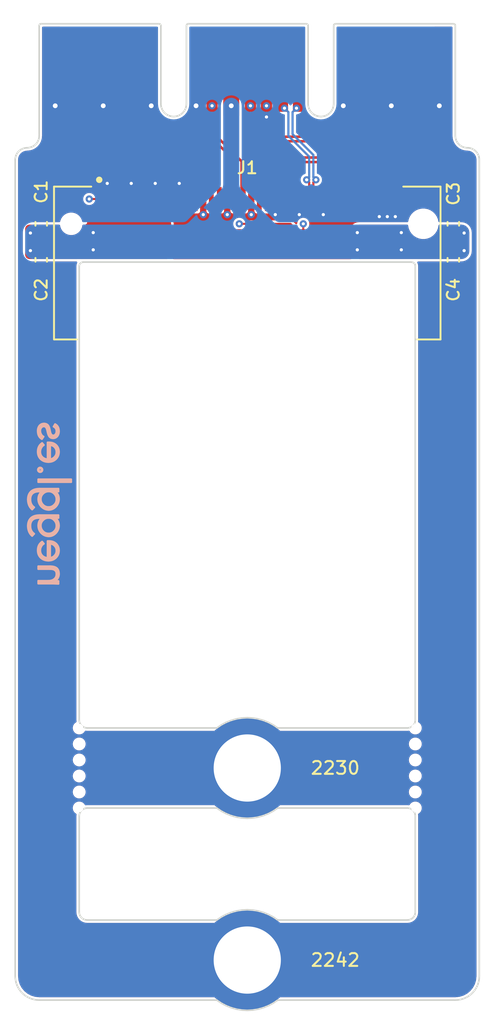
<source format=kicad_pcb>
(kicad_pcb (version 20171130) (host pcbnew 5.1.5+dfsg1-2build2)
  (layers (0 F.Cu signal) (1 In1.Cu signal) (2 In2.Cu signal) (31 B.Cu signal) (34 B.Paste user) (35 F.Paste user) (36 B.SilkS user) (37 F.SilkS user) (38 B.Mask user) (39 F.Mask user) (44 Edge.Cuts user))
  (net 0 "")
  (net 1 Board_1-+3V3)
  (net 2 Board_1-/PER0_N)
  (net 3 Board_1-/PER0_P)
  (net 4 Board_1-/PER1_N)
  (net 5 Board_1-/PER1_P)
  (net 6 Board_1-/PET0_N)
  (net 7 Board_1-/PET0_P)
  (net 8 Board_1-/PET1_N)
  (net 9 Board_1-/PET1_P)
  (net 10 Board_1-/REFCLK+)
  (net 11 Board_1-/REFCLK-)
  (net 12 Board_1-/~CLK_REQ)
  (net 13 Board_1-/~INS)
  (net 14 Board_1-/~PERST)
  (net 15 Board_1-GND)
  (module Capacitor_SMD:C_0402_1005Metric_Pad0.74x0.62mm_HandSolder (layer F.Cu) (at 137.125 81.5 90)
    (fp_text reference C1 (at 2 0 90) (layer F.SilkS) (effects (font (size 0.75 0.75) (thickness 0.127))))
    (fp_text value 0.1u)
    (pad 1 smd roundrect (at -0.5675 0 90) (size 0.735 0.62) (layers F.Cu F.Paste F.Mask) (net 1 Board_1-+3V3))
    (pad 2 smd roundrect (at 0.5675 0 90) (size 0.735 0.62) (layers F.Cu F.Paste F.Mask) (net 15 Board_1-GND))
  )
  (module Capacitor_SMD:C_0402_1005Metric_Pad0.74x0.62mm_HandSolder (layer F.Cu) (at 162.875 81.5 90)
    (fp_text reference C3 (at 1.875 0 90) (layer F.SilkS) (effects (font (size 0.75 0.75) (thickness 0.127))))
    (fp_text value 0.1u)
    (pad 1 smd roundrect (at -0.5675 0 90) (size 0.735 0.62) (layers F.Cu F.Paste F.Mask) (net 1 Board_1-+3V3))
    (pad 2 smd roundrect (at 0.5675 0 90) (size 0.735 0.62) (layers F.Cu F.Paste F.Mask) (net 15 Board_1-GND))
  )
  (module Capacitor_SMD:C_0402_1005Metric_Pad0.74x0.62mm_HandSolder (layer F.Cu) (at 137.125 83.75 270)
    (fp_text reference C2 (at 1.875 0 90) (layer F.SilkS) (effects (font (size 0.75 0.75) (thickness 0.127))))
    (fp_text value 10u)
    (pad 1 smd roundrect (at -0.5675 0 270) (size 0.735 0.62) (layers F.Cu F.Paste F.Mask) (net 1 Board_1-+3V3))
    (pad 2 smd roundrect (at 0.5675 0 270) (size 0.735 0.62) (layers F.Cu F.Paste F.Mask) (net 15 Board_1-GND))
  )
  (module Capacitor_SMD:C_0402_1005Metric_Pad0.74x0.62mm_HandSolder (layer F.Cu) (at 162.875 83.75 270)
    (fp_text reference C4 (at 1.875 0 90) (layer F.SilkS) (effects (font (size 0.75 0.75) (thickness 0.127))))
    (fp_text value 10u)
    (pad 1 smd roundrect (at -0.5675 0 270) (size 0.735 0.62) (layers F.Cu F.Paste F.Mask) (net 1 Board_1-+3V3))
    (pad 2 smd roundrect (at 0.5675 0 270) (size 0.735 0.62) (layers F.Cu F.Paste F.Mask) (net 15 Board_1-GND))
  )
  (module 10-My-Footprints:AMP_MDT180xxx001_NGFF-KeyM (layer F.Cu) (at 150 81.5)
    (fp_text reference J1 (at 0 -3.5) (layer F.SilkS) (effects (font (size 0.75 0.75) (thickness 0.127))))
    (fp_text value "M.2 NGFF")
    (pad "" np_thru_hole circle (at -11 0) (size 1.1 1.1) (drill 1.1) (layers *.Cu *.Mask))
    (pad "" np_thru_hole circle (at 11 0) (size 1.6 1.6) (drill 1.6) (layers *.Cu *.Mask))
    (pad 1 smd rect (at -9.25 -1.55) (size 0.3 1.5) (layers F.Cu F.Paste F.Mask) (net 13 Board_1-/~INS))
    (pad MP smd rect (at -11.385 4.97) (size 1.2 2.75) (layers F.Cu F.Paste F.Mask) (net 15 Board_1-GND))
    (pad MP smd rect (at 11.385 4.97) (size 1.2 2.75) (layers F.Cu F.Paste F.Mask) (net 15 Board_1-GND))
    (pad 3 smd rect (at -8.75 -1.55) (size 0.3 1.5) (layers F.Cu F.Paste F.Mask) (net 15 Board_1-GND))
    (pad 5 smd rect (at -8.25 -1.55) (size 0.3 1.5) (layers F.Cu F.Paste F.Mask))
    (pad 7 smd rect (at -7.75 -1.55) (size 0.3 1.5) (layers F.Cu F.Paste F.Mask))
    (pad 9 smd rect (at -7.25 -1.55) (size 0.3 1.5) (layers F.Cu F.Paste F.Mask) (net 15 Board_1-GND))
    (pad 11 smd rect (at -6.75 -1.55) (size 0.3 1.5) (layers F.Cu F.Paste F.Mask))
    (pad 13 smd rect (at -6.25 -1.55) (size 0.3 1.5) (layers F.Cu F.Paste F.Mask))
    (pad 15 smd rect (at -5.75 -1.55) (size 0.3 1.5) (layers F.Cu F.Paste F.Mask) (net 15 Board_1-GND))
    (pad 17 smd rect (at -5.25 -1.55) (size 0.3 1.5) (layers F.Cu F.Paste F.Mask))
    (pad 19 smd rect (at -4.75 -1.55) (size 0.3 1.5) (layers F.Cu F.Paste F.Mask))
    (pad 21 smd rect (at -4.25 -1.55) (size 0.3 1.5) (layers F.Cu F.Paste F.Mask) (net 15 Board_1-GND))
    (pad 23 smd rect (at -3.75 -1.55) (size 0.3 1.5) (layers F.Cu F.Paste F.Mask))
    (pad 25 smd rect (at -3.25 -1.55) (size 0.3 1.5) (layers F.Cu F.Paste F.Mask))
    (pad 27 smd rect (at -2.75 -1.55) (size 0.3 1.5) (layers F.Cu F.Paste F.Mask) (net 15 Board_1-GND))
    (pad 29 smd rect (at -2.25 -1.55) (size 0.3 1.5) (layers F.Cu F.Paste F.Mask) (net 4 Board_1-/PER1_N))
    (pad 31 smd rect (at -1.75 -1.55) (size 0.3 1.5) (layers F.Cu F.Paste F.Mask) (net 5 Board_1-/PER1_P))
    (pad 33 smd rect (at -1.25 -1.55) (size 0.3 1.5) (layers F.Cu F.Paste F.Mask) (net 15 Board_1-GND))
    (pad 35 smd rect (at -0.75 -1.55) (size 0.3 1.5) (layers F.Cu F.Paste F.Mask) (net 8 Board_1-/PET1_N))
    (pad 37 smd rect (at -0.25 -1.55) (size 0.3 1.5) (layers F.Cu F.Paste F.Mask) (net 9 Board_1-/PET1_P))
    (pad 39 smd rect (at 0.25 -1.55) (size 0.3 1.5) (layers F.Cu F.Paste F.Mask) (net 15 Board_1-GND))
    (pad 41 smd rect (at 0.75 -1.55) (size 0.3 1.5) (layers F.Cu F.Paste F.Mask) (net 2 Board_1-/PER0_N))
    (pad 43 smd rect (at 1.25 -1.55) (size 0.3 1.5) (layers F.Cu F.Paste F.Mask) (net 3 Board_1-/PER0_P))
    (pad 45 smd rect (at 1.75 -1.55) (size 0.3 1.5) (layers F.Cu F.Paste F.Mask) (net 15 Board_1-GND))
    (pad 47 smd rect (at 2.25 -1.55) (size 0.3 1.5) (layers F.Cu F.Paste F.Mask) (net 6 Board_1-/PET0_N))
    (pad 49 smd rect (at 2.75 -1.55) (size 0.3 1.5) (layers F.Cu F.Paste F.Mask) (net 7 Board_1-/PET0_P))
    (pad 51 smd rect (at 3.25 -1.55) (size 0.3 1.5) (layers F.Cu F.Paste F.Mask) (net 15 Board_1-GND))
    (pad 53 smd rect (at 3.75 -1.55) (size 0.3 1.5) (layers F.Cu F.Paste F.Mask) (net 11 Board_1-/REFCLK-))
    (pad 55 smd rect (at 4.25 -1.55) (size 0.3 1.5) (layers F.Cu F.Paste F.Mask) (net 10 Board_1-/REFCLK+))
    (pad 57 smd rect (at 4.75 -1.55) (size 0.3 1.5) (layers F.Cu F.Paste F.Mask) (net 15 Board_1-GND))
    (pad 67 smd rect (at 7.25 -1.55) (size 0.3 1.5) (layers F.Cu F.Paste F.Mask))
    (pad 69 smd rect (at 7.75 -1.55) (size 0.3 1.5) (layers F.Cu F.Paste F.Mask))
    (pad 71 smd rect (at 8.25 -1.55) (size 0.3 1.5) (layers F.Cu F.Paste F.Mask) (net 15 Board_1-GND))
    (pad 73 smd rect (at 8.75 -1.55) (size 0.3 1.5) (layers F.Cu F.Paste F.Mask) (net 15 Board_1-GND))
    (pad 75 smd rect (at 9.25 -1.55) (size 0.3 1.5) (layers F.Cu F.Paste F.Mask) (net 15 Board_1-GND))
    (pad 2 smd rect (at -9 1.09) (size 0.3 1.5) (layers F.Cu F.Paste F.Mask) (net 1 Board_1-+3V3))
    (pad 4 smd rect (at -8.5 1.09) (size 0.3 1.5) (layers F.Cu F.Paste F.Mask) (net 1 Board_1-+3V3))
    (pad 6 smd rect (at -8 1.09) (size 0.3 1.5) (layers F.Cu F.Paste F.Mask))
    (pad 8 smd rect (at -7.5 1.09) (size 0.3 1.5) (layers F.Cu F.Paste F.Mask))
    (pad 10 smd rect (at -7 1.09) (size 0.3 1.5) (layers F.Cu F.Paste F.Mask))
    (pad 12 smd rect (at -6.5 1.09) (size 0.3 1.5) (layers F.Cu F.Paste F.Mask) (net 1 Board_1-+3V3))
    (pad 14 smd rect (at -6 1.09) (size 0.3 1.5) (layers F.Cu F.Paste F.Mask) (net 1 Board_1-+3V3))
    (pad 16 smd rect (at -5.5 1.09) (size 0.3 1.5) (layers F.Cu F.Paste F.Mask) (net 1 Board_1-+3V3))
    (pad 18 smd rect (at -5 1.09) (size 0.3 1.5) (layers F.Cu F.Paste F.Mask) (net 1 Board_1-+3V3))
    (pad 20 smd rect (at -4.5 1.09) (size 0.3 1.5) (layers F.Cu F.Paste F.Mask))
    (pad 22 smd rect (at -4 1.09) (size 0.3 1.5) (layers F.Cu F.Paste F.Mask))
    (pad 24 smd rect (at -3.5 1.09) (size 0.3 1.5) (layers F.Cu F.Paste F.Mask))
    (pad 26 smd rect (at -3 1.09) (size 0.3 1.5) (layers F.Cu F.Paste F.Mask))
    (pad 28 smd rect (at -2.5 1.09) (size 0.3 1.5) (layers F.Cu F.Paste F.Mask))
    (pad 30 smd rect (at -2 1.09) (size 0.3 1.5) (layers F.Cu F.Paste F.Mask))
    (pad 32 smd rect (at -1.5 1.09) (size 0.3 1.5) (layers F.Cu F.Paste F.Mask))
    (pad 34 smd rect (at -1 1.09) (size 0.3 1.5) (layers F.Cu F.Paste F.Mask))
    (pad 36 smd rect (at -0.5 1.09) (size 0.3 1.5) (layers F.Cu F.Paste F.Mask))
    (pad 38 smd rect (at 0 1.09) (size 0.3 1.5) (layers F.Cu F.Paste F.Mask))
    (pad 40 smd rect (at 0.5 1.09) (size 0.3 1.5) (layers F.Cu F.Paste F.Mask))
    (pad 42 smd rect (at 1 1.09) (size 0.3 1.5) (layers F.Cu F.Paste F.Mask))
    (pad 44 smd rect (at 1.5 1.09) (size 0.3 1.5) (layers F.Cu F.Paste F.Mask))
    (pad 46 smd rect (at 2 1.09) (size 0.3 1.5) (layers F.Cu F.Paste F.Mask))
    (pad 48 smd rect (at 2.5 1.09) (size 0.3 1.5) (layers F.Cu F.Paste F.Mask))
    (pad 50 smd rect (at 3 1.09) (size 0.3 1.5) (layers F.Cu F.Paste F.Mask) (net 14 Board_1-/~PERST))
    (pad 52 smd rect (at 3.5 1.09) (size 0.3 1.5) (layers F.Cu F.Paste F.Mask) (net 12 Board_1-/~CLK_REQ))
    (pad 54 smd rect (at 4 1.09) (size 0.3 1.5) (layers F.Cu F.Paste F.Mask))
    (pad 56 smd rect (at 4.5 1.09) (size 0.3 1.5) (layers F.Cu F.Paste F.Mask))
    (pad 58 smd rect (at 5 1.09) (size 0.3 1.5) (layers F.Cu F.Paste F.Mask))
    (pad 68 smd rect (at 7.5 1.09) (size 0.3 1.5) (layers F.Cu F.Paste F.Mask))
    (pad 70 smd rect (at 8 1.09) (size 0.3 1.5) (layers F.Cu F.Paste F.Mask) (net 1 Board_1-+3V3))
    (pad 72 smd rect (at 8.5 1.09) (size 0.3 1.5) (layers F.Cu F.Paste F.Mask) (net 1 Board_1-+3V3))
    (pad 74 smd rect (at 9 1.09) (size 0.3 1.5) (layers F.Cu F.Paste F.Mask) (net 1 Board_1-+3V3))
  )
  (module 11-My-Edits:CFExpress_Media (layer F.Cu) (at 137 76)
    (fp_text reference PC1 hide)
    (fp_text value CFexpress)
    (pad 21 connect rect (at 25 -4) (size 0.7 5.5) (layers F.Cu F.Mask) (net 15 Board_1-GND))
    (pad 19 connect rect (at 23 -4) (size 0.7 5) (layers F.Cu F.Mask) (net 6 Board_1-/PET0_N))
    (pad 18 connect rect (at 22 -4) (size 0.7 5.5) (layers F.Cu F.Mask) (net 15 Board_1-GND))
    (pad 17 connect rect (at 21 -4) (size 0.7 5) (layers F.Cu F.Mask) (net 3 Board_1-/PER0_P))
    (pad 16 connect rect (at 20 -4) (size 0.7 5) (layers F.Cu F.Mask) (net 2 Board_1-/PER0_N))
    (pad 15 connect rect (at 19 -4) (size 0.7 5.5) (layers F.Cu F.Mask) (net 15 Board_1-GND))
    (pad 14 connect rect (at 16.2 -4) (size 0.7 5) (layers F.Cu F.Mask) (net 10 Board_1-/REFCLK+))
    (pad 13 connect rect (at 15.2 -4) (size 0.7 5) (layers F.Cu F.Mask) (net 11 Board_1-/REFCLK-))
    (pad 12 connect rect (at 14.2 -4) (size 0.7 5) (layers F.Cu F.Mask) (net 13 Board_1-/~INS))
    (pad 11 connect rect (at 13.2 -4) (size 0.7 5) (layers F.Cu F.Mask) (net 12 Board_1-/~CLK_REQ))
    (pad 10 connect rect (at 12 -4) (size 1 5.5) (layers F.Cu F.Mask) (net 1 Board_1-+3V3))
    (pad 9 connect rect (at 10.8 -4) (size 0.7 5) (layers F.Cu F.Mask) (net 14 Board_1-/~PERST))
    (pad 8 connect rect (at 9.8 -4) (size 0.7 5) (layers F.Cu F.Mask) (net 15 Board_1-GND))
    (pad 7 connect rect (at 7 -4) (size 0.7 5.5) (layers F.Cu F.Mask) (net 15 Board_1-GND))
    (pad 6 connect rect (at 6 -4) (size 0.7 5) (layers F.Cu F.Mask) (net 9 Board_1-/PET1_P))
    (pad 5 connect rect (at 5 -4) (size 0.7 5) (layers F.Cu F.Mask) (net 8 Board_1-/PET1_N))
    (pad 4 connect rect (at 4 -4) (size 0.7 5) (layers F.Cu F.Mask) (net 15 Board_1-GND))
    (pad 3 connect rect (at 3 -4) (size 0.7 5) (layers F.Cu F.Mask) (net 5 Board_1-/PER1_P))
    (pad 2 connect rect (at 2 -4) (size 0.7 5) (layers F.Cu F.Mask) (net 4 Board_1-/PER1_N))
    (pad 1 connect rect (at 1 -4) (size 0.7 5.5) (layers F.Cu F.Mask) (net 15 Board_1-GND))
    (pad 20 connect rect (at 24 -4) (size 0.7 5) (layers F.Cu F.Mask) (net 7 Board_1-/PET0_P))
  )
  (module 11-My-Edits:MountingHole_NGFF_4.2mm_Pad_TopBottom (layer B.Cu) (at 150 115.5)
    (fp_text reference MP1 hide)
    (fp_text value 2230 (at 5.5 0 unlocked) (layer F.SilkS) (effects (font (size 0.8 0.8) (thickness 0.127))))
    (pad 1 thru_hole circle (at 0 0) (size 6.2 6.2) (drill 4.2) (layers *.Cu *.Mask) (net 15 Board_1-GND))
  )
  (module 11-My-Edits:MountingHole_NGFF_4.2mm_Pad_TopBottom (layer B.Cu) (at 150 127.5)
    (fp_text reference MP2 hide)
    (fp_text value 2242 (at 5.5 0 unlocked) (layer F.SilkS) (effects (font (size 0.8 0.8) (thickness 0.127))))
    (pad 1 thru_hole circle (at 0 0) (size 6.2 6.2) (drill 4.2) (layers *.Cu *.Mask) (net 15 Board_1-GND))
  )
  (module 10-My-Footprints:mousebite (layer F.Cu) (at 160.5 113)
    (fp_text reference REF** hide)
    (fp_text value mousebite hide)
    (pad "" np_thru_hole circle (at 0 0) (size 0.5 0.5) (drill 0.5) (layers *.Cu *.Mask) (clearance 0.001))
  )
  (module 10-My-Footprints:mousebite (layer F.Cu) (at 160.5 114)
    (fp_text reference REF** hide)
    (fp_text value mousebite hide)
    (pad "" np_thru_hole circle (at 0 0) (size 0.5 0.5) (drill 0.5) (layers *.Cu *.Mask) (clearance 0.001))
  )
  (module 10-My-Footprints:mousebite (layer F.Cu) (at 160.5 116)
    (fp_text reference REF** hide)
    (fp_text value mousebite hide)
    (pad "" np_thru_hole circle (at 0 0) (size 0.5 0.5) (drill 0.5) (layers *.Cu *.Mask) (clearance 0.001))
  )
  (module 10-My-Footprints:mousebite (layer F.Cu) (at 160.5 117)
    (fp_text reference REF** hide)
    (fp_text value mousebite hide)
    (pad "" np_thru_hole circle (at 0 0) (size 0.5 0.5) (drill 0.5) (layers *.Cu *.Mask) (clearance 0.001))
  )
  (module 10-My-Footprints:mousebite (layer F.Cu) (at 160.5 118)
    (fp_text reference REF** hide)
    (fp_text value mousebite hide)
    (pad "" np_thru_hole circle (at 0 0) (size 0.5 0.5) (drill 0.5) (layers *.Cu *.Mask) (clearance 0.001))
  )
  (module 10-My-Footprints:mousebite (layer F.Cu) (at 160.5 115)
    (fp_text reference REF** hide)
    (fp_text value mousebite hide)
    (pad "" np_thru_hole circle (at 0 0) (size 0.5 0.5) (drill 0.5) (layers *.Cu *.Mask) (clearance 0.001))
  )
  (module 10-My-Footprints:mousebite (layer F.Cu) (at 139.5 113)
    (fp_text reference REF** hide)
    (fp_text value mousebite hide)
    (pad "" np_thru_hole circle (at 0 0) (size 0.5 0.5) (drill 0.5) (layers *.Cu *.Mask) (clearance 0.001))
  )
  (module 10-My-Footprints:mousebite (layer F.Cu) (at 139.5 114)
    (fp_text reference REF** hide)
    (fp_text value mousebite hide)
    (pad "" np_thru_hole circle (at 0 0) (size 0.5 0.5) (drill 0.5) (layers *.Cu *.Mask) (clearance 0.001))
  )
  (module 10-My-Footprints:mousebite (layer F.Cu) (at 139.5 117)
    (fp_text reference REF** hide)
    (fp_text value mousebite hide)
    (pad "" np_thru_hole circle (at 0 0) (size 0.5 0.5) (drill 0.5) (layers *.Cu *.Mask) (clearance 0.001))
  )
  (module 10-My-Footprints:mousebite (layer F.Cu) (at 139.5 115)
    (fp_text reference REF** hide)
    (fp_text value mousebite hide)
    (pad "" np_thru_hole circle (at 0 0) (size 0.5 0.5) (drill 0.5) (layers *.Cu *.Mask) (clearance 0.001))
  )
  (module 10-My-Footprints:mousebite (layer F.Cu) (at 139.5 118)
    (fp_text reference REF** hide)
    (fp_text value mousebite hide)
    (pad "" np_thru_hole circle (at 0 0) (size 0.5 0.5) (drill 0.5) (layers *.Cu *.Mask) (clearance 0.001))
  )
  (module 10-My-Footprints:mousebite (layer F.Cu) (at 139.5 116)
    (fp_text reference REF** hide)
    (fp_text value mousebite hide)
    (pad "" np_thru_hole circle (at 0 0) (size 0.5 0.5) (drill 0.5) (layers *.Cu *.Mask) (clearance 0.001))
  )
  (module 11-My-Edits:SolderJumper-2_P0.6mm_Open_RoundedPad1.0x1.5mm (layer F.Cu) (at 151.2 74.5 90)
    (fp_text reference JP1 hide)
    (fp_text value F_INS)
    (pad 2 smd custom (at 0.25 0 90) (size 0.4 0.3) (layers F.Cu F.Mask) (net 13 Board_1-/~INS) (options (clearance outline) (anchor rect)) (primitives (gr_circle (center 0 0.15) (end 0.2 0.15) (width 0)) (gr_circle (center 0 -0.15) (end 0.2 -0.15) (width 0)) (gr_poly (pts (xy 0 -0.35) (xy -0.25 -0.35) (xy -0.25 0.35) (xy 0 0.35)) (width 0))))
    (pad 1 smd custom (at -0.35 0 270) (size 0.4 0.3) (layers F.Cu F.Mask) (net 15 Board_1-GND) (options (clearance outline) (anchor rect)) (primitives (gr_circle (center 0 0.15) (end 0.2 0.15) (width 0)) (gr_circle (center 0 -0.15) (end 0.2 -0.15) (width 0)) (gr_poly (pts (xy 0 -0.35) (xy -0.25 -0.35) (xy -0.25 0.35) (xy 0 0.35)) (width 0))))
  )
  (module 10-My-Footprints:neggle-logo-0.12 (layer B.Cu) (at 134.8 99 90)
    (fp_text reference SYM1 hide)
    (fp_text value logo hide)
  )
  (gr_line (start 160.499 84.14) (end 160.4976 84.114) (layer Edge.Cuts) (width 0.1))
  (gr_line (start 160.499 112.5) (end 160.499 84.14) (layer Edge.Cuts) (width 0.1))
  (gr_line (start 160.4963 112.5522) (end 160.499 112.5) (layer Edge.Cuts) (width 0.1))
  (gr_line (start 160.4881 112.6037) (end 160.4963 112.5522) (layer Edge.Cuts) (width 0.1))
  (gr_line (start 160.4746 112.6542) (end 160.4881 112.6037) (layer Edge.Cuts) (width 0.1))
  (gr_line (start 160.4559 112.703) (end 160.4746 112.6542) (layer Edge.Cuts) (width 0.1))
  (gr_line (start 160.4321 112.7495) (end 160.4559 112.703) (layer Edge.Cuts) (width 0.1))
  (gr_line (start 160.4037 112.7933) (end 160.4321 112.7495) (layer Edge.Cuts) (width 0.1))
  (gr_line (start 160.3708 112.8339) (end 160.4037 112.7933) (layer Edge.Cuts) (width 0.1))
  (gr_line (start 160.3339 112.8708) (end 160.3708 112.8339) (layer Edge.Cuts) (width 0.1))
  (gr_line (start 160.2933 112.9037) (end 160.3339 112.8708) (layer Edge.Cuts) (width 0.1))
  (gr_line (start 160.2495 112.9321) (end 160.2933 112.9037) (layer Edge.Cuts) (width 0.1))
  (gr_line (start 160.203 112.9559) (end 160.2495 112.9321) (layer Edge.Cuts) (width 0.1))
  (gr_line (start 160.1542 112.9746) (end 160.203 112.9559) (layer Edge.Cuts) (width 0.1))
  (gr_line (start 160.1037 112.9881) (end 160.1542 112.9746) (layer Edge.Cuts) (width 0.1))
  (gr_line (start 160.0522 112.9963) (end 160.1037 112.9881) (layer Edge.Cuts) (width 0.1))
  (gr_line (start 160 112.999) (end 160.0522 112.9963) (layer Edge.Cuts) (width 0.1))
  (gr_line (start 151.9003 112.999) (end 160 112.999) (layer Edge.Cuts) (width 0.1))
  (gr_line (start 151.6191 112.8084) (end 151.9003 112.999) (layer Edge.Cuts) (width 0.1))
  (gr_line (start 151.3187 112.6492) (end 151.6191 112.8084) (layer Edge.Cuts) (width 0.1))
  (gr_line (start 151.0027 112.5233) (end 151.3187 112.6492) (layer Edge.Cuts) (width 0.1))
  (gr_line (start 150.6751 112.4323) (end 151.0027 112.5233) (layer Edge.Cuts) (width 0.1))
  (gr_line (start 150.3396 112.3773) (end 150.6751 112.4323) (layer Edge.Cuts) (width 0.1))
  (gr_line (start 149.9999 112.3589) (end 150.3396 112.3773) (layer Edge.Cuts) (width 0.1))
  (gr_line (start 149.6604 112.3773) (end 149.9999 112.3589) (layer Edge.Cuts) (width 0.1))
  (gr_line (start 149.3249 112.4323) (end 149.6604 112.3773) (layer Edge.Cuts) (width 0.1))
  (gr_line (start 148.9973 112.5233) (end 149.3249 112.4323) (layer Edge.Cuts) (width 0.1))
  (gr_line (start 148.6813 112.6492) (end 148.9973 112.5233) (layer Edge.Cuts) (width 0.1))
  (gr_line (start 148.3809 112.8084) (end 148.6813 112.6492) (layer Edge.Cuts) (width 0.1))
  (gr_line (start 148.0997 112.999) (end 148.3809 112.8084) (layer Edge.Cuts) (width 0.1))
  (gr_line (start 140 112.999) (end 148.0997 112.999) (layer Edge.Cuts) (width 0.1))
  (gr_line (start 139.9478 112.9963) (end 140 112.999) (layer Edge.Cuts) (width 0.1))
  (gr_line (start 139.8963 112.9881) (end 139.9478 112.9963) (layer Edge.Cuts) (width 0.1))
  (gr_line (start 139.8458 112.9746) (end 139.8963 112.9881) (layer Edge.Cuts) (width 0.1))
  (gr_line (start 139.797 112.9559) (end 139.8458 112.9746) (layer Edge.Cuts) (width 0.1))
  (gr_line (start 139.7505 112.9321) (end 139.797 112.9559) (layer Edge.Cuts) (width 0.1))
  (gr_line (start 139.7067 112.9037) (end 139.7505 112.9321) (layer Edge.Cuts) (width 0.1))
  (gr_line (start 139.6661 112.8708) (end 139.7067 112.9037) (layer Edge.Cuts) (width 0.1))
  (gr_line (start 139.6292 112.8339) (end 139.6661 112.8708) (layer Edge.Cuts) (width 0.1))
  (gr_line (start 139.5963 112.7933) (end 139.6292 112.8339) (layer Edge.Cuts) (width 0.1))
  (gr_line (start 139.5679 112.7495) (end 139.5963 112.7933) (layer Edge.Cuts) (width 0.1))
  (gr_line (start 139.5441 112.703) (end 139.5679 112.7495) (layer Edge.Cuts) (width 0.1))
  (gr_line (start 139.5254 112.6542) (end 139.5441 112.703) (layer Edge.Cuts) (width 0.1))
  (gr_line (start 139.5119 112.6037) (end 139.5254 112.6542) (layer Edge.Cuts) (width 0.1))
  (gr_line (start 139.5037 112.5522) (end 139.5119 112.6037) (layer Edge.Cuts) (width 0.1))
  (gr_line (start 139.501 112.5) (end 139.5037 112.5522) (layer Edge.Cuts) (width 0.1))
  (gr_line (start 139.501 84.14) (end 139.501 112.5) (layer Edge.Cuts) (width 0.1))
  (gr_line (start 139.5024 84.114) (end 139.501 84.14) (layer Edge.Cuts) (width 0.1))
  (gr_line (start 139.5064 84.0882) (end 139.5024 84.114) (layer Edge.Cuts) (width 0.1))
  (gr_line (start 139.5132 84.0631) (end 139.5064 84.0882) (layer Edge.Cuts) (width 0.1))
  (gr_line (start 139.5225 84.0387) (end 139.5132 84.0631) (layer Edge.Cuts) (width 0.1))
  (gr_line (start 139.5344 84.0155) (end 139.5225 84.0387) (layer Edge.Cuts) (width 0.1))
  (gr_line (start 139.5486 83.9936) (end 139.5344 84.0155) (layer Edge.Cuts) (width 0.1))
  (gr_line (start 139.565 83.9734) (end 139.5486 83.9936) (layer Edge.Cuts) (width 0.1))
  (gr_line (start 139.5834 83.955) (end 139.565 83.9734) (layer Edge.Cuts) (width 0.1))
  (gr_line (start 139.6036 83.9386) (end 139.5834 83.955) (layer Edge.Cuts) (width 0.1))
  (gr_line (start 139.6255 83.9244) (end 139.6036 83.9386) (layer Edge.Cuts) (width 0.1))
  (gr_line (start 139.6487 83.9125) (end 139.6255 83.9244) (layer Edge.Cuts) (width 0.1))
  (gr_line (start 139.6731 83.9032) (end 139.6487 83.9125) (layer Edge.Cuts) (width 0.1))
  (gr_line (start 139.6982 83.8964) (end 139.6731 83.9032) (layer Edge.Cuts) (width 0.1))
  (gr_line (start 139.724 83.8924) (end 139.6982 83.8964) (layer Edge.Cuts) (width 0.1))
  (gr_line (start 139.75 83.891) (end 139.724 83.8924) (layer Edge.Cuts) (width 0.1))
  (gr_line (start 160.25 83.891) (end 139.75 83.891) (layer Edge.Cuts) (width 0.1))
  (gr_line (start 160.276 83.8924) (end 160.25 83.891) (layer Edge.Cuts) (width 0.1))
  (gr_line (start 160.3018 83.8964) (end 160.276 83.8924) (layer Edge.Cuts) (width 0.1))
  (gr_line (start 160.3269 83.9032) (end 160.3018 83.8964) (layer Edge.Cuts) (width 0.1))
  (gr_line (start 160.3513 83.9125) (end 160.3269 83.9032) (layer Edge.Cuts) (width 0.1))
  (gr_line (start 160.3745 83.9244) (end 160.3513 83.9125) (layer Edge.Cuts) (width 0.1))
  (gr_line (start 160.3964 83.9386) (end 160.3745 83.9244) (layer Edge.Cuts) (width 0.1))
  (gr_line (start 160.4166 83.955) (end 160.3964 83.9386) (layer Edge.Cuts) (width 0.1))
  (gr_line (start 160.435 83.9734) (end 160.4166 83.955) (layer Edge.Cuts) (width 0.1))
  (gr_line (start 160.4514 83.9936) (end 160.435 83.9734) (layer Edge.Cuts) (width 0.1))
  (gr_line (start 160.4656 84.0155) (end 160.4514 83.9936) (layer Edge.Cuts) (width 0.1))
  (gr_line (start 160.4775 84.0387) (end 160.4656 84.0155) (layer Edge.Cuts) (width 0.1))
  (gr_line (start 160.4868 84.0631) (end 160.4775 84.0387) (layer Edge.Cuts) (width 0.1))
  (gr_line (start 160.4936 84.0882) (end 160.4868 84.0631) (layer Edge.Cuts) (width 0.1))
  (gr_line (start 160.4976 84.114) (end 160.4936 84.0882) (layer Edge.Cuts) (width 0.1))
  (gr_line (start 160.4881 124.6037) (end 160.4963 124.5522) (layer Edge.Cuts) (width 0.1))
  (gr_line (start 160.4746 124.6542) (end 160.4881 124.6037) (layer Edge.Cuts) (width 0.1))
  (gr_line (start 160.4559 124.703) (end 160.4746 124.6542) (layer Edge.Cuts) (width 0.1))
  (gr_line (start 160.4321 124.7495) (end 160.4559 124.703) (layer Edge.Cuts) (width 0.1))
  (gr_line (start 160.4037 124.7933) (end 160.4321 124.7495) (layer Edge.Cuts) (width 0.1))
  (gr_line (start 160.3708 124.8339) (end 160.4037 124.7933) (layer Edge.Cuts) (width 0.1))
  (gr_line (start 160.3339 124.8708) (end 160.3708 124.8339) (layer Edge.Cuts) (width 0.1))
  (gr_line (start 160.2933 124.9037) (end 160.3339 124.8708) (layer Edge.Cuts) (width 0.1))
  (gr_line (start 160.2495 124.9321) (end 160.2933 124.9037) (layer Edge.Cuts) (width 0.1))
  (gr_line (start 160.203 124.9559) (end 160.2495 124.9321) (layer Edge.Cuts) (width 0.1))
  (gr_line (start 160.1542 124.9746) (end 160.203 124.9559) (layer Edge.Cuts) (width 0.1))
  (gr_line (start 160.1037 124.9881) (end 160.1542 124.9746) (layer Edge.Cuts) (width 0.1))
  (gr_line (start 160.0522 124.9963) (end 160.1037 124.9881) (layer Edge.Cuts) (width 0.1))
  (gr_line (start 160 124.999) (end 160.0522 124.9963) (layer Edge.Cuts) (width 0.1))
  (gr_line (start 151.9003 124.999) (end 160 124.999) (layer Edge.Cuts) (width 0.1))
  (gr_line (start 151.6191 124.8084) (end 151.9003 124.999) (layer Edge.Cuts) (width 0.1))
  (gr_line (start 151.3187 124.6492) (end 151.6191 124.8084) (layer Edge.Cuts) (width 0.1))
  (gr_line (start 151.0027 124.5233) (end 151.3187 124.6492) (layer Edge.Cuts) (width 0.1))
  (gr_line (start 150.6751 124.4323) (end 151.0027 124.5233) (layer Edge.Cuts) (width 0.1))
  (gr_line (start 150.3395 124.3773) (end 150.6751 124.4323) (layer Edge.Cuts) (width 0.1))
  (gr_line (start 150.0001 124.3589) (end 150.3395 124.3773) (layer Edge.Cuts) (width 0.1))
  (gr_line (start 149.6604 124.3773) (end 150.0001 124.3589) (layer Edge.Cuts) (width 0.1))
  (gr_line (start 149.3249 124.4323) (end 149.6604 124.3773) (layer Edge.Cuts) (width 0.1))
  (gr_line (start 148.9973 124.5233) (end 149.3249 124.4323) (layer Edge.Cuts) (width 0.1))
  (gr_line (start 148.6813 124.6492) (end 148.9973 124.5233) (layer Edge.Cuts) (width 0.1))
  (gr_line (start 148.3809 124.8084) (end 148.6813 124.6492) (layer Edge.Cuts) (width 0.1))
  (gr_line (start 148.0997 124.999) (end 148.3809 124.8084) (layer Edge.Cuts) (width 0.1))
  (gr_line (start 140 124.999) (end 148.0997 124.999) (layer Edge.Cuts) (width 0.1))
  (gr_line (start 139.9478 124.9963) (end 140 124.999) (layer Edge.Cuts) (width 0.1))
  (gr_line (start 139.8963 124.9881) (end 139.9478 124.9963) (layer Edge.Cuts) (width 0.1))
  (gr_line (start 139.8458 124.9746) (end 139.8963 124.9881) (layer Edge.Cuts) (width 0.1))
  (gr_line (start 139.797 124.9559) (end 139.8458 124.9746) (layer Edge.Cuts) (width 0.1))
  (gr_line (start 139.7505 124.9321) (end 139.797 124.9559) (layer Edge.Cuts) (width 0.1))
  (gr_line (start 139.7067 124.9037) (end 139.7505 124.9321) (layer Edge.Cuts) (width 0.1))
  (gr_line (start 139.6661 124.8708) (end 139.7067 124.9037) (layer Edge.Cuts) (width 0.1))
  (gr_line (start 139.6292 124.8339) (end 139.6661 124.8708) (layer Edge.Cuts) (width 0.1))
  (gr_line (start 139.5963 124.7933) (end 139.6292 124.8339) (layer Edge.Cuts) (width 0.1))
  (gr_line (start 139.5679 124.7495) (end 139.5963 124.7933) (layer Edge.Cuts) (width 0.1))
  (gr_line (start 139.5441 124.703) (end 139.5679 124.7495) (layer Edge.Cuts) (width 0.1))
  (gr_line (start 139.5254 124.6542) (end 139.5441 124.703) (layer Edge.Cuts) (width 0.1))
  (gr_line (start 139.5119 124.6037) (end 139.5254 124.6542) (layer Edge.Cuts) (width 0.1))
  (gr_line (start 139.5037 124.5522) (end 139.5119 124.6037) (layer Edge.Cuts) (width 0.1))
  (gr_line (start 139.501 124.5) (end 139.5037 124.5522) (layer Edge.Cuts) (width 0.1))
  (gr_line (start 139.501 118.5) (end 139.501 124.5) (layer Edge.Cuts) (width 0.1))
  (gr_line (start 139.5037 118.4478) (end 139.501 118.5) (layer Edge.Cuts) (width 0.1))
  (gr_line (start 139.5119 118.3963) (end 139.5037 118.4478) (layer Edge.Cuts) (width 0.1))
  (gr_line (start 139.5254 118.3458) (end 139.5119 118.3963) (layer Edge.Cuts) (width 0.1))
  (gr_line (start 139.5441 118.297) (end 139.5254 118.3458) (layer Edge.Cuts) (width 0.1))
  (gr_line (start 139.5679 118.2505) (end 139.5441 118.297) (layer Edge.Cuts) (width 0.1))
  (gr_line (start 139.5963 118.2067) (end 139.5679 118.2505) (layer Edge.Cuts) (width 0.1))
  (gr_line (start 139.6292 118.1661) (end 139.5963 118.2067) (layer Edge.Cuts) (width 0.1))
  (gr_line (start 139.6661 118.1292) (end 139.6292 118.1661) (layer Edge.Cuts) (width 0.1))
  (gr_line (start 139.7067 118.0963) (end 139.6661 118.1292) (layer Edge.Cuts) (width 0.1))
  (gr_line (start 139.7505 118.0679) (end 139.7067 118.0963) (layer Edge.Cuts) (width 0.1))
  (gr_line (start 139.797 118.0441) (end 139.7505 118.0679) (layer Edge.Cuts) (width 0.1))
  (gr_line (start 139.8458 118.0254) (end 139.797 118.0441) (layer Edge.Cuts) (width 0.1))
  (gr_line (start 139.8963 118.0119) (end 139.8458 118.0254) (layer Edge.Cuts) (width 0.1))
  (gr_line (start 139.9478 118.0037) (end 139.8963 118.0119) (layer Edge.Cuts) (width 0.1))
  (gr_line (start 140 118.001) (end 139.9478 118.0037) (layer Edge.Cuts) (width 0.1))
  (gr_line (start 148.0997 118.001) (end 140 118.001) (layer Edge.Cuts) (width 0.1))
  (gr_line (start 148.3809 118.1916) (end 148.0997 118.001) (layer Edge.Cuts) (width 0.1))
  (gr_line (start 148.6813 118.3508) (end 148.3809 118.1916) (layer Edge.Cuts) (width 0.1))
  (gr_line (start 148.9973 118.4767) (end 148.6813 118.3508) (layer Edge.Cuts) (width 0.1))
  (gr_line (start 149.3249 118.5677) (end 148.9973 118.4767) (layer Edge.Cuts) (width 0.1))
  (gr_line (start 149.6604 118.6227) (end 149.3249 118.5677) (layer Edge.Cuts) (width 0.1))
  (gr_line (start 150.0001 118.6411) (end 149.6604 118.6227) (layer Edge.Cuts) (width 0.1))
  (gr_line (start 150.3395 118.6227) (end 150.0001 118.6411) (layer Edge.Cuts) (width 0.1))
  (gr_line (start 150.6751 118.5677) (end 150.3395 118.6227) (layer Edge.Cuts) (width 0.1))
  (gr_line (start 151.0027 118.4767) (end 150.6751 118.5677) (layer Edge.Cuts) (width 0.1))
  (gr_line (start 151.3187 118.3508) (end 151.0027 118.4767) (layer Edge.Cuts) (width 0.1))
  (gr_line (start 151.6191 118.1916) (end 151.3187 118.3508) (layer Edge.Cuts) (width 0.1))
  (gr_line (start 151.9003 118.001) (end 151.6191 118.1916) (layer Edge.Cuts) (width 0.1))
  (gr_line (start 160 118.001) (end 151.9003 118.001) (layer Edge.Cuts) (width 0.1))
  (gr_line (start 160.0522 118.0037) (end 160 118.001) (layer Edge.Cuts) (width 0.1))
  (gr_line (start 160.1037 118.0119) (end 160.0522 118.0037) (layer Edge.Cuts) (width 0.1))
  (gr_line (start 160.1542 118.0254) (end 160.1037 118.0119) (layer Edge.Cuts) (width 0.1))
  (gr_line (start 160.203 118.0441) (end 160.1542 118.0254) (layer Edge.Cuts) (width 0.1))
  (gr_line (start 160.2495 118.0679) (end 160.203 118.0441) (layer Edge.Cuts) (width 0.1))
  (gr_line (start 160.2933 118.0963) (end 160.2495 118.0679) (layer Edge.Cuts) (width 0.1))
  (gr_line (start 160.3339 118.1292) (end 160.2933 118.0963) (layer Edge.Cuts) (width 0.1))
  (gr_line (start 160.3708 118.1661) (end 160.3339 118.1292) (layer Edge.Cuts) (width 0.1))
  (gr_line (start 160.4037 118.2067) (end 160.3708 118.1661) (layer Edge.Cuts) (width 0.1))
  (gr_line (start 160.4321 118.2505) (end 160.4037 118.2067) (layer Edge.Cuts) (width 0.1))
  (gr_line (start 160.4559 118.297) (end 160.4321 118.2505) (layer Edge.Cuts) (width 0.1))
  (gr_line (start 160.4746 118.3458) (end 160.4559 118.297) (layer Edge.Cuts) (width 0.1))
  (gr_line (start 160.4881 118.3963) (end 160.4746 118.3458) (layer Edge.Cuts) (width 0.1))
  (gr_line (start 160.4963 118.4478) (end 160.4881 118.3963) (layer Edge.Cuts) (width 0.1))
  (gr_line (start 160.499 118.5) (end 160.4963 118.4478) (layer Edge.Cuts) (width 0.1))
  (gr_line (start 160.499 124.5) (end 160.499 118.5) (layer Edge.Cuts) (width 0.1))
  (gr_line (start 160.4963 124.5522) (end 160.499 124.5) (layer Edge.Cuts) (width 0.1))
  (gr_line (start 163.001 69.125) (end 163.001 76) (layer Edge.Cuts) (width 0.1))
  (gr_line (start 162.9983 69.0989) (end 163.001 69.125) (layer Edge.Cuts) (width 0.1))
  (gr_line (start 162.9948 69.086) (end 162.9983 69.0989) (layer Edge.Cuts) (width 0.1))
  (gr_line (start 162.9841 69.062) (end 162.9948 69.086) (layer Edge.Cuts) (width 0.1))
  (gr_line (start 162.9769 69.0509) (end 162.9841 69.062) (layer Edge.Cuts) (width 0.1))
  (gr_line (start 162.9593 69.0314) (end 162.9769 69.0509) (layer Edge.Cuts) (width 0.1))
  (gr_line (start 162.949 69.023) (end 162.9593 69.0314) (layer Edge.Cuts) (width 0.1))
  (gr_line (start 162.9262 69.0099) (end 162.949 69.023) (layer Edge.Cuts) (width 0.1))
  (gr_line (start 162.9012 69.0018) (end 162.9262 69.0099) (layer Edge.Cuts) (width 0.1))
  (gr_line (start 162.875 68.999) (end 162.9012 69.0018) (layer Edge.Cuts) (width 0.1))
  (gr_line (start 155.525 68.999) (end 162.875 68.999) (layer Edge.Cuts) (width 0.1))
  (gr_line (start 155.5118 68.9997) (end 155.525 68.999) (layer Edge.Cuts) (width 0.1))
  (gr_line (start 155.4861 69.0052) (end 155.5118 68.9997) (layer Edge.Cuts) (width 0.1))
  (gr_line (start 155.4737 69.0099) (end 155.4861 69.0052) (layer Edge.Cuts) (width 0.1))
  (gr_line (start 155.451 69.023) (end 155.4737 69.0099) (layer Edge.Cuts) (width 0.1))
  (gr_line (start 155.4313 69.0407) (end 155.451 69.023) (layer Edge.Cuts) (width 0.1))
  (gr_line (start 155.4159 69.062) (end 155.4313 69.0407) (layer Edge.Cuts) (width 0.1))
  (gr_line (start 155.4052 69.086) (end 155.4159 69.062) (layer Edge.Cuts) (width 0.1))
  (gr_line (start 155.4018 69.0988) (end 155.4052 69.086) (layer Edge.Cuts) (width 0.1))
  (gr_line (start 155.399 69.125) (end 155.4018 69.0988) (layer Edge.Cuts) (width 0.1))
  (gr_line (start 155.399 74) (end 155.399 69.125) (layer Edge.Cuts) (width 0.1))
  (gr_line (start 155.3949 74.0808) (end 155.399 74) (layer Edge.Cuts) (width 0.1))
  (gr_line (start 155.3826 74.1608) (end 155.3949 74.0808) (layer Edge.Cuts) (width 0.1))
  (gr_line (start 155.3624 74.2392) (end 155.3826 74.1608) (layer Edge.Cuts) (width 0.1))
  (gr_line (start 155.3342 74.3151) (end 155.3624 74.2392) (layer Edge.Cuts) (width 0.1))
  (gr_line (start 155.2986 74.3878) (end 155.3342 74.3151) (layer Edge.Cuts) (width 0.1))
  (gr_line (start 155.2558 74.4564) (end 155.2986 74.3878) (layer Edge.Cuts) (width 0.1))
  (gr_line (start 155.2062 74.5204) (end 155.2558 74.4564) (layer Edge.Cuts) (width 0.1))
  (gr_line (start 155.1505 74.5791) (end 155.2062 74.5204) (layer Edge.Cuts) (width 0.1))
  (gr_line (start 155.0891 74.6318) (end 155.1505 74.5791) (layer Edge.Cuts) (width 0.1))
  (gr_line (start 155.0226 74.6781) (end 155.0891 74.6318) (layer Edge.Cuts) (width 0.1))
  (gr_line (start 154.9519 74.7173) (end 155.0226 74.6781) (layer Edge.Cuts) (width 0.1))
  (gr_line (start 154.8775 74.7493) (end 154.9519 74.7173) (layer Edge.Cuts) (width 0.1))
  (gr_line (start 154.8003 74.7735) (end 154.8775 74.7493) (layer Edge.Cuts) (width 0.1))
  (gr_line (start 154.721 74.7898) (end 154.8003 74.7735) (layer Edge.Cuts) (width 0.1))
  (gr_line (start 154.6405 74.798) (end 154.721 74.7898) (layer Edge.Cuts) (width 0.1))
  (gr_line (start 154.5595 74.798) (end 154.6405 74.798) (layer Edge.Cuts) (width 0.1))
  (gr_line (start 154.479 74.7898) (end 154.5595 74.798) (layer Edge.Cuts) (width 0.1))
  (gr_line (start 154.3997 74.7735) (end 154.479 74.7898) (layer Edge.Cuts) (width 0.1))
  (gr_line (start 154.3225 74.7493) (end 154.3997 74.7735) (layer Edge.Cuts) (width 0.1))
  (gr_line (start 154.2481 74.7173) (end 154.3225 74.7493) (layer Edge.Cuts) (width 0.1))
  (gr_line (start 154.1774 74.6781) (end 154.2481 74.7173) (layer Edge.Cuts) (width 0.1))
  (gr_line (start 154.1109 74.6318) (end 154.1774 74.6781) (layer Edge.Cuts) (width 0.1))
  (gr_line (start 154.0495 74.5791) (end 154.1109 74.6318) (layer Edge.Cuts) (width 0.1))
  (gr_line (start 153.9938 74.5204) (end 154.0495 74.5791) (layer Edge.Cuts) (width 0.1))
  (gr_line (start 153.9442 74.4564) (end 153.9938 74.5204) (layer Edge.Cuts) (width 0.1))
  (gr_line (start 153.9014 74.3878) (end 153.9442 74.4564) (layer Edge.Cuts) (width 0.1))
  (gr_line (start 153.8658 74.3151) (end 153.9014 74.3878) (layer Edge.Cuts) (width 0.1))
  (gr_line (start 153.8376 74.2392) (end 153.8658 74.3151) (layer Edge.Cuts) (width 0.1))
  (gr_line (start 153.8174 74.1608) (end 153.8376 74.2392) (layer Edge.Cuts) (width 0.1))
  (gr_line (start 153.8051 74.0808) (end 153.8174 74.1608) (layer Edge.Cuts) (width 0.1))
  (gr_line (start 153.801 74) (end 153.8051 74.0808) (layer Edge.Cuts) (width 0.1))
  (gr_line (start 153.801 69.125) (end 153.801 74) (layer Edge.Cuts) (width 0.1))
  (gr_line (start 153.7983 69.0989) (end 153.801 69.125) (layer Edge.Cuts) (width 0.1))
  (gr_line (start 153.7948 69.086) (end 153.7983 69.0989) (layer Edge.Cuts) (width 0.1))
  (gr_line (start 153.7841 69.062) (end 153.7948 69.086) (layer Edge.Cuts) (width 0.1))
  (gr_line (start 153.7769 69.0509) (end 153.7841 69.062) (layer Edge.Cuts) (width 0.1))
  (gr_line (start 153.7593 69.0314) (end 153.7769 69.0509) (layer Edge.Cuts) (width 0.1))
  (gr_line (start 153.749 69.023) (end 153.7593 69.0314) (layer Edge.Cuts) (width 0.1))
  (gr_line (start 153.7263 69.0099) (end 153.749 69.023) (layer Edge.Cuts) (width 0.1))
  (gr_line (start 153.7139 69.0052) (end 153.7263 69.0099) (layer Edge.Cuts) (width 0.1))
  (gr_line (start 153.6882 68.9997) (end 153.7139 69.0052) (layer Edge.Cuts) (width 0.1))
  (gr_line (start 153.675 68.999) (end 153.6882 68.9997) (layer Edge.Cuts) (width 0.1))
  (gr_line (start 146.325 68.999) (end 153.675 68.999) (layer Edge.Cuts) (width 0.1))
  (gr_line (start 146.3118 68.9997) (end 146.325 68.999) (layer Edge.Cuts) (width 0.1))
  (gr_line (start 146.2861 69.0052) (end 146.3118 68.9997) (layer Edge.Cuts) (width 0.1))
  (gr_line (start 146.2737 69.0099) (end 146.2861 69.0052) (layer Edge.Cuts) (width 0.1))
  (gr_line (start 146.251 69.023) (end 146.2737 69.0099) (layer Edge.Cuts) (width 0.1))
  (gr_line (start 146.2313 69.0407) (end 146.251 69.023) (layer Edge.Cuts) (width 0.1))
  (gr_line (start 146.2159 69.062) (end 146.2313 69.0407) (layer Edge.Cuts) (width 0.1))
  (gr_line (start 146.2052 69.086) (end 146.2159 69.062) (layer Edge.Cuts) (width 0.1))
  (gr_line (start 146.2018 69.0988) (end 146.2052 69.086) (layer Edge.Cuts) (width 0.1))
  (gr_line (start 146.199 69.125) (end 146.2018 69.0988) (layer Edge.Cuts) (width 0.1))
  (gr_line (start 146.199 74) (end 146.199 69.125) (layer Edge.Cuts) (width 0.1))
  (gr_line (start 146.1949 74.0808) (end 146.199 74) (layer Edge.Cuts) (width 0.1))
  (gr_line (start 146.1826 74.1608) (end 146.1949 74.0808) (layer Edge.Cuts) (width 0.1))
  (gr_line (start 146.1624 74.2392) (end 146.1826 74.1608) (layer Edge.Cuts) (width 0.1))
  (gr_line (start 146.1342 74.3151) (end 146.1624 74.2392) (layer Edge.Cuts) (width 0.1))
  (gr_line (start 146.0986 74.3878) (end 146.1342 74.3151) (layer Edge.Cuts) (width 0.1))
  (gr_line (start 146.0558 74.4564) (end 146.0986 74.3878) (layer Edge.Cuts) (width 0.1))
  (gr_line (start 146.0062 74.5204) (end 146.0558 74.4564) (layer Edge.Cuts) (width 0.1))
  (gr_line (start 145.9505 74.5791) (end 146.0062 74.5204) (layer Edge.Cuts) (width 0.1))
  (gr_line (start 145.8891 74.6318) (end 145.9505 74.5791) (layer Edge.Cuts) (width 0.1))
  (gr_line (start 145.8226 74.6781) (end 145.8891 74.6318) (layer Edge.Cuts) (width 0.1))
  (gr_line (start 145.7519 74.7173) (end 145.8226 74.6781) (layer Edge.Cuts) (width 0.1))
  (gr_line (start 145.6775 74.7493) (end 145.7519 74.7173) (layer Edge.Cuts) (width 0.1))
  (gr_line (start 145.6003 74.7735) (end 145.6775 74.7493) (layer Edge.Cuts) (width 0.1))
  (gr_line (start 145.521 74.7898) (end 145.6003 74.7735) (layer Edge.Cuts) (width 0.1))
  (gr_line (start 145.4405 74.798) (end 145.521 74.7898) (layer Edge.Cuts) (width 0.1))
  (gr_line (start 145.3595 74.798) (end 145.4405 74.798) (layer Edge.Cuts) (width 0.1))
  (gr_line (start 145.279 74.7898) (end 145.3595 74.798) (layer Edge.Cuts) (width 0.1))
  (gr_line (start 145.1997 74.7735) (end 145.279 74.7898) (layer Edge.Cuts) (width 0.1))
  (gr_line (start 145.1225 74.7493) (end 145.1997 74.7735) (layer Edge.Cuts) (width 0.1))
  (gr_line (start 145.0481 74.7173) (end 145.1225 74.7493) (layer Edge.Cuts) (width 0.1))
  (gr_line (start 144.9774 74.6781) (end 145.0481 74.7173) (layer Edge.Cuts) (width 0.1))
  (gr_line (start 144.9109 74.6318) (end 144.9774 74.6781) (layer Edge.Cuts) (width 0.1))
  (gr_line (start 144.8495 74.5791) (end 144.9109 74.6318) (layer Edge.Cuts) (width 0.1))
  (gr_line (start 144.7938 74.5204) (end 144.8495 74.5791) (layer Edge.Cuts) (width 0.1))
  (gr_line (start 144.7442 74.4564) (end 144.7938 74.5204) (layer Edge.Cuts) (width 0.1))
  (gr_line (start 144.7014 74.3878) (end 144.7442 74.4564) (layer Edge.Cuts) (width 0.1))
  (gr_line (start 144.6658 74.3151) (end 144.7014 74.3878) (layer Edge.Cuts) (width 0.1))
  (gr_line (start 144.6376 74.2392) (end 144.6658 74.3151) (layer Edge.Cuts) (width 0.1))
  (gr_line (start 144.6174 74.1608) (end 144.6376 74.2392) (layer Edge.Cuts) (width 0.1))
  (gr_line (start 144.6051 74.0808) (end 144.6174 74.1608) (layer Edge.Cuts) (width 0.1))
  (gr_line (start 144.601 74) (end 144.6051 74.0808) (layer Edge.Cuts) (width 0.1))
  (gr_line (start 144.601 69.125) (end 144.601 74) (layer Edge.Cuts) (width 0.1))
  (gr_line (start 144.5982 69.0988) (end 144.601 69.125) (layer Edge.Cuts) (width 0.1))
  (gr_line (start 144.5948 69.086) (end 144.5982 69.0988) (layer Edge.Cuts) (width 0.1))
  (gr_line (start 144.5841 69.062) (end 144.5948 69.086) (layer Edge.Cuts) (width 0.1))
  (gr_line (start 144.5687 69.0407) (end 144.5841 69.062) (layer Edge.Cuts) (width 0.1))
  (gr_line (start 144.549 69.023) (end 144.5687 69.0407) (layer Edge.Cuts) (width 0.1))
  (gr_line (start 144.5263 69.0099) (end 144.549 69.023) (layer Edge.Cuts) (width 0.1))
  (gr_line (start 144.5139 69.0052) (end 144.5263 69.0099) (layer Edge.Cuts) (width 0.1))
  (gr_line (start 144.4882 68.9997) (end 144.5139 69.0052) (layer Edge.Cuts) (width 0.1))
  (gr_line (start 144.475 68.999) (end 144.4882 68.9997) (layer Edge.Cuts) (width 0.1))
  (gr_line (start 137.125 68.999) (end 144.475 68.999) (layer Edge.Cuts) (width 0.1))
  (gr_line (start 137.1118 68.9997) (end 137.125 68.999) (layer Edge.Cuts) (width 0.1))
  (gr_line (start 137.0861 69.0052) (end 137.1118 68.9997) (layer Edge.Cuts) (width 0.1))
  (gr_line (start 137.062 69.0159) (end 137.0861 69.0052) (layer Edge.Cuts) (width 0.1))
  (gr_line (start 137.0407 69.0313) (end 137.062 69.0159) (layer Edge.Cuts) (width 0.1))
  (gr_line (start 137.0313 69.0407) (end 137.0407 69.0313) (layer Edge.Cuts) (width 0.1))
  (gr_line (start 137.0159 69.062) (end 137.0313 69.0407) (layer Edge.Cuts) (width 0.1))
  (gr_line (start 137.0099 69.0737) (end 137.0159 69.062) (layer Edge.Cuts) (width 0.1))
  (gr_line (start 137.0018 69.0988) (end 137.0099 69.0737) (layer Edge.Cuts) (width 0.1))
  (gr_line (start 136.999 69.125) (end 137.0018 69.0988) (layer Edge.Cuts) (width 0.1))
  (gr_line (start 136.999 76) (end 136.999 69.125) (layer Edge.Cuts) (width 0.1))
  (gr_line (start 136.9949 76.0783) (end 136.999 76) (layer Edge.Cuts) (width 0.1))
  (gr_line (start 136.9826 76.1557) (end 136.9949 76.0783) (layer Edge.Cuts) (width 0.1))
  (gr_line (start 136.9623 76.2315) (end 136.9826 76.1557) (layer Edge.Cuts) (width 0.1))
  (gr_line (start 136.9342 76.3046) (end 136.9623 76.2315) (layer Edge.Cuts) (width 0.1))
  (gr_line (start 136.8987 76.3745) (end 136.9342 76.3046) (layer Edge.Cuts) (width 0.1))
  (gr_line (start 136.856 76.4403) (end 136.8987 76.3745) (layer Edge.Cuts) (width 0.1))
  (gr_line (start 136.8066 76.5012) (end 136.856 76.4403) (layer Edge.Cuts) (width 0.1))
  (gr_line (start 136.7512 76.5566) (end 136.8066 76.5012) (layer Edge.Cuts) (width 0.1))
  (gr_line (start 136.6903 76.606) (end 136.7512 76.5566) (layer Edge.Cuts) (width 0.1))
  (gr_line (start 136.6245 76.6487) (end 136.6903 76.606) (layer Edge.Cuts) (width 0.1))
  (gr_line (start 136.5546 76.6842) (end 136.6245 76.6487) (layer Edge.Cuts) (width 0.1))
  (gr_line (start 136.4815 76.7123) (end 136.5546 76.6842) (layer Edge.Cuts) (width 0.1))
  (gr_line (start 136.4057 76.7326) (end 136.4815 76.7123) (layer Edge.Cuts) (width 0.1))
  (gr_line (start 136.3283 76.7449) (end 136.4057 76.7326) (layer Edge.Cuts) (width 0.1))
  (gr_line (start 136.1714 76.7531) (end 136.3283 76.7449) (layer Edge.Cuts) (width 0.1))
  (gr_line (start 136.0938 76.7654) (end 136.1714 76.7531) (layer Edge.Cuts) (width 0.1))
  (gr_line (start 136.0179 76.7858) (end 136.0938 76.7654) (layer Edge.Cuts) (width 0.1))
  (gr_line (start 135.9445 76.8139) (end 136.0179 76.7858) (layer Edge.Cuts) (width 0.1))
  (gr_line (start 135.8745 76.8496) (end 135.9445 76.8139) (layer Edge.Cuts) (width 0.1))
  (gr_line (start 135.8085 76.8925) (end 135.8745 76.8496) (layer Edge.Cuts) (width 0.1))
  (gr_line (start 135.7474 76.9419) (end 135.8085 76.8925) (layer Edge.Cuts) (width 0.1))
  (gr_line (start 135.6919 76.9975) (end 135.7474 76.9419) (layer Edge.Cuts) (width 0.1))
  (gr_line (start 135.6424 77.0586) (end 135.6919 76.9975) (layer Edge.Cuts) (width 0.1))
  (gr_line (start 135.5996 77.1245) (end 135.6424 77.0586) (layer Edge.Cuts) (width 0.1))
  (gr_line (start 135.5639 77.1946) (end 135.5996 77.1245) (layer Edge.Cuts) (width 0.1))
  (gr_line (start 135.5357 77.268) (end 135.5639 77.1946) (layer Edge.Cuts) (width 0.1))
  (gr_line (start 135.5154 77.3439) (end 135.5357 77.268) (layer Edge.Cuts) (width 0.1))
  (gr_line (start 135.5031 77.4216) (end 135.5154 77.3439) (layer Edge.Cuts) (width 0.1))
  (gr_line (start 135.499 77.5) (end 135.5031 77.4216) (layer Edge.Cuts) (width 0.1))
  (gr_line (start 135.499 128.5) (end 135.499 77.5) (layer Edge.Cuts) (width 0.1))
  (gr_line (start 135.5072 128.6569) (end 135.499 128.5) (layer Edge.Cuts) (width 0.1))
  (gr_line (start 135.5318 128.812) (end 135.5072 128.6569) (layer Edge.Cuts) (width 0.1))
  (gr_line (start 135.5724 128.9638) (end 135.5318 128.812) (layer Edge.Cuts) (width 0.1))
  (gr_line (start 135.6287 129.1105) (end 135.5724 128.9638) (layer Edge.Cuts) (width 0.1))
  (gr_line (start 135.7001 129.2505) (end 135.6287 129.1105) (layer Edge.Cuts) (width 0.1))
  (gr_line (start 135.7856 129.3822) (end 135.7001 129.2505) (layer Edge.Cuts) (width 0.1))
  (gr_line (start 135.8845 129.5043) (end 135.7856 129.3822) (layer Edge.Cuts) (width 0.1))
  (gr_line (start 135.9957 129.6155) (end 135.8845 129.5043) (layer Edge.Cuts) (width 0.1))
  (gr_line (start 136.1178 129.7144) (end 135.9957 129.6155) (layer Edge.Cuts) (width 0.1))
  (gr_line (start 136.2495 129.7999) (end 136.1178 129.7144) (layer Edge.Cuts) (width 0.1))
  (gr_line (start 136.3894 129.8712) (end 136.2495 129.7999) (layer Edge.Cuts) (width 0.1))
  (gr_line (start 136.5361 129.9275) (end 136.3894 129.8712) (layer Edge.Cuts) (width 0.1))
  (gr_line (start 136.6879 129.9682) (end 136.5361 129.9275) (layer Edge.Cuts) (width 0.1))
  (gr_line (start 136.8431 129.9928) (end 136.6879 129.9682) (layer Edge.Cuts) (width 0.1))
  (gr_line (start 137 130.001) (end 136.8431 129.9928) (layer Edge.Cuts) (width 0.1))
  (gr_line (start 148.0997 130.001) (end 137 130.001) (layer Edge.Cuts) (width 0.1))
  (gr_line (start 148.3809 130.1916) (end 148.0997 130.001) (layer Edge.Cuts) (width 0.1))
  (gr_line (start 148.6813 130.3508) (end 148.3809 130.1916) (layer Edge.Cuts) (width 0.1))
  (gr_line (start 148.9973 130.4767) (end 148.6813 130.3508) (layer Edge.Cuts) (width 0.1))
  (gr_line (start 149.3249 130.5677) (end 148.9973 130.4767) (layer Edge.Cuts) (width 0.1))
  (gr_line (start 149.6604 130.6227) (end 149.3249 130.5677) (layer Edge.Cuts) (width 0.1))
  (gr_line (start 150.0001 130.6411) (end 149.6604 130.6227) (layer Edge.Cuts) (width 0.1))
  (gr_line (start 150.3395 130.6227) (end 150.0001 130.6411) (layer Edge.Cuts) (width 0.1))
  (gr_line (start 150.6751 130.5677) (end 150.3395 130.6227) (layer Edge.Cuts) (width 0.1))
  (gr_line (start 151.0027 130.4767) (end 150.6751 130.5677) (layer Edge.Cuts) (width 0.1))
  (gr_line (start 151.3187 130.3508) (end 151.0027 130.4767) (layer Edge.Cuts) (width 0.1))
  (gr_line (start 151.6191 130.1916) (end 151.3187 130.3508) (layer Edge.Cuts) (width 0.1))
  (gr_line (start 151.9003 130.001) (end 151.6191 130.1916) (layer Edge.Cuts) (width 0.1))
  (gr_line (start 163 130.001) (end 151.9003 130.001) (layer Edge.Cuts) (width 0.1))
  (gr_line (start 163.1569 129.9928) (end 163 130.001) (layer Edge.Cuts) (width 0.1))
  (gr_line (start 163.3121 129.9682) (end 163.1569 129.9928) (layer Edge.Cuts) (width 0.1))
  (gr_line (start 163.4638 129.9276) (end 163.3121 129.9682) (layer Edge.Cuts) (width 0.1))
  (gr_line (start 163.6105 129.8713) (end 163.4638 129.9276) (layer Edge.Cuts) (width 0.1))
  (gr_line (start 163.7505 129.7999) (end 163.6105 129.8713) (layer Edge.Cuts) (width 0.1))
  (gr_line (start 163.8823 129.7143) (end 163.7505 129.7999) (layer Edge.Cuts) (width 0.1))
  (gr_line (start 164.0043 129.6155) (end 163.8823 129.7143) (layer Edge.Cuts) (width 0.1))
  (gr_line (start 164.1154 129.5044) (end 164.0043 129.6155) (layer Edge.Cuts) (width 0.1))
  (gr_line (start 164.2143 129.3823) (end 164.1154 129.5044) (layer Edge.Cuts) (width 0.1))
  (gr_line (start 164.2999 129.2505) (end 164.2143 129.3823) (layer Edge.Cuts) (width 0.1))
  (gr_line (start 164.3712 129.1106) (end 164.2999 129.2505) (layer Edge.Cuts) (width 0.1))
  (gr_line (start 164.4275 128.9639) (end 164.3712 129.1106) (layer Edge.Cuts) (width 0.1))
  (gr_line (start 164.4682 128.8121) (end 164.4275 128.9639) (layer Edge.Cuts) (width 0.1))
  (gr_line (start 164.4928 128.6569) (end 164.4682 128.8121) (layer Edge.Cuts) (width 0.1))
  (gr_line (start 164.501 128.5) (end 164.4928 128.6569) (layer Edge.Cuts) (width 0.1))
  (gr_line (start 164.501 77.5) (end 164.501 128.5) (layer Edge.Cuts) (width 0.1))
  (gr_line (start 164.4969 77.4216) (end 164.501 77.5) (layer Edge.Cuts) (width 0.1))
  (gr_line (start 164.4846 77.3439) (end 164.4969 77.4216) (layer Edge.Cuts) (width 0.1))
  (gr_line (start 164.4643 77.268) (end 164.4846 77.3439) (layer Edge.Cuts) (width 0.1))
  (gr_line (start 164.4361 77.1946) (end 164.4643 77.268) (layer Edge.Cuts) (width 0.1))
  (gr_line (start 164.4004 77.1245) (end 164.4361 77.1946) (layer Edge.Cuts) (width 0.1))
  (gr_line (start 164.3575 77.0585) (end 164.4004 77.1245) (layer Edge.Cuts) (width 0.1))
  (gr_line (start 164.3081 76.9974) (end 164.3575 77.0585) (layer Edge.Cuts) (width 0.1))
  (gr_line (start 164.2525 76.9419) (end 164.3081 76.9974) (layer Edge.Cuts) (width 0.1))
  (gr_line (start 164.1914 76.8924) (end 164.2525 76.9419) (layer Edge.Cuts) (width 0.1))
  (gr_line (start 164.1255 76.8496) (end 164.1914 76.8924) (layer Edge.Cuts) (width 0.1))
  (gr_line (start 164.0554 76.8139) (end 164.1255 76.8496) (layer Edge.Cuts) (width 0.1))
  (gr_line (start 163.982 76.7857) (end 164.0554 76.8139) (layer Edge.Cuts) (width 0.1))
  (gr_line (start 163.9061 76.7654) (end 163.982 76.7857) (layer Edge.Cuts) (width 0.1))
  (gr_line (start 163.8284 76.7531) (end 163.9061 76.7654) (layer Edge.Cuts) (width 0.1))
  (gr_line (start 163.6717 76.7449) (end 163.8284 76.7531) (layer Edge.Cuts) (width 0.1))
  (gr_line (start 163.5943 76.7326) (end 163.6717 76.7449) (layer Edge.Cuts) (width 0.1))
  (gr_line (start 163.5185 76.7123) (end 163.5943 76.7326) (layer Edge.Cuts) (width 0.1))
  (gr_line (start 163.4454 76.6842) (end 163.5185 76.7123) (layer Edge.Cuts) (width 0.1))
  (gr_line (start 163.3755 76.6487) (end 163.4454 76.6842) (layer Edge.Cuts) (width 0.1))
  (gr_line (start 163.3097 76.606) (end 163.3755 76.6487) (layer Edge.Cuts) (width 0.1))
  (gr_line (start 163.2488 76.5566) (end 163.3097 76.606) (layer Edge.Cuts) (width 0.1))
  (gr_line (start 163.1934 76.5012) (end 163.2488 76.5566) (layer Edge.Cuts) (width 0.1))
  (gr_line (start 163.144 76.4403) (end 163.1934 76.5012) (layer Edge.Cuts) (width 0.1))
  (gr_line (start 163.1013 76.3745) (end 163.144 76.4403) (layer Edge.Cuts) (width 0.1))
  (gr_line (start 163.0658 76.3046) (end 163.1013 76.3745) (layer Edge.Cuts) (width 0.1))
  (gr_line (start 163.0377 76.2315) (end 163.0658 76.3046) (layer Edge.Cuts) (width 0.1))
  (gr_line (start 163.0174 76.1557) (end 163.0377 76.2315) (layer Edge.Cuts) (width 0.1))
  (gr_line (start 163.0051 76.0783) (end 163.0174 76.1557) (layer Edge.Cuts) (width 0.1))
  (gr_line (start 163.001 76) (end 163.0051 76.0783) (layer Edge.Cuts) (width 0.1))
  (via (at 149 74.125) (size 0.6) (drill 0.3) (layers F.Cu B.Cu) (net 1))
  (via (at 159.625 82.05) (size 0.45) (drill 0.2) (layers F.Cu B.Cu) (net 1))
  (via (at 159.625 83.125) (size 0.45) (drill 0.2) (layers F.Cu B.Cu) (net 1))
  (via (at 156.875 83.125) (size 0.45) (drill 0.2) (layers F.Cu B.Cu) (net 1))
  (via (at 156.875 82.05) (size 0.45) (drill 0.2) (layers F.Cu B.Cu) (net 1))
  (via (at 163.55 83.175) (size 0.45) (drill 0.2) (layers F.Cu B.Cu) (net 1))
  (via (at 163.55 82.075) (size 0.45) (drill 0.2) (layers F.Cu B.Cu) (net 1))
  (via (at 136.45 82.075) (size 0.45) (drill 0.2) (layers F.Cu B.Cu) (net 1))
  (via (at 136.45 83.175) (size 0.45) (drill 0.2) (layers F.Cu B.Cu) (net 1))
  (via (at 140.375 82.05) (size 0.45) (drill 0.2) (layers F.Cu B.Cu) (net 1))
  (via (at 140.375 83.125) (size 0.45) (drill 0.2) (layers F.Cu B.Cu) (net 1))
  (segment (start 157.358325 74.508325) (end 157 74.15) (width 0.15635) (layer F.Cu) (net 2))
  (segment (start 157 74.15) (end 157 72) (width 0.15635) (layer F.Cu) (net 2))
  (segment (start 150.858325 79.241675) (end 150.858325 77.591675) (width 0.15635) (layer F.Cu) (net 2))
  (segment (start 157.358325 75.066315) (end 157.358325 74.508325) (width 0.15635) (layer F.Cu) (net 2))
  (segment (start 150.75 79.35) (end 150.858325 79.241675) (width 0.15635) (layer F.Cu) (net 2))
  (segment (start 150.75 79.95) (end 150.75 79.35) (width 0.15635) (layer F.Cu) (net 2))
  (segment (start 157.358325 75.066315) (end 156.366315 76.058325) (width 0.15635) (layer F.Cu) (net 2))
  (segment (start 152.391675 76.058325) (end 150.858325 77.591675) (width 0.15635) (layer F.Cu) (net 2))
  (segment (start 156.366315 76.058325) (end 152.391675 76.058325) (width 0.15635) (layer F.Cu) (net 2))
  (segment (start 158 74.15) (end 158 72) (width 0.15635) (layer F.Cu) (net 3))
  (segment (start 157.641675 75.183685) (end 157.641675 74.508325) (width 0.15635) (layer F.Cu) (net 3))
  (segment (start 157.641675 74.508325) (end 158 74.15) (width 0.15635) (layer F.Cu) (net 3))
  (segment (start 151.141675 79.241675) (end 151.141675 77.733325) (width 0.15635) (layer F.Cu) (net 3))
  (segment (start 151.25 79.35) (end 151.141675 79.241675) (width 0.15635) (layer F.Cu) (net 3))
  (segment (start 151.25 79.95) (end 151.25 79.35) (width 0.15635) (layer F.Cu) (net 3))
  (segment (start 157.641675 75.183685) (end 156.483685 76.341675) (width 0.15635) (layer F.Cu) (net 3))
  (segment (start 152.533325 76.341675) (end 151.141675 77.733325) (width 0.15635) (layer F.Cu) (net 3))
  (segment (start 156.483685 76.341675) (end 152.533325 76.341675) (width 0.15635) (layer F.Cu) (net 3))
  (segment (start 139 72) (end 139 74.15) (width 0.15635) (layer F.Cu) (net 4))
  (segment (start 139 74.15) (end 139.358325 74.508325) (width 0.15635) (layer F.Cu) (net 4))
  (segment (start 139.358325 74.508325) (end 139.358325 75.508685) (width 0.15635) (layer F.Cu) (net 4))
  (segment (start 147.858325 79.241675) (end 147.75 79.35) (width 0.15635) (layer F.Cu) (net 4))
  (segment (start 147.75 79.35) (end 147.75 79.95) (width 0.15635) (layer F.Cu) (net 4))
  (segment (start 147.858325 78.058685) (end 147.441315 77.641675) (width 0.15635) (layer F.Cu) (net 4))
  (segment (start 147.858325 79.241675) (end 147.858325 78.058685) (width 0.15635) (layer F.Cu) (net 4))
  (segment (start 141.491315 77.641675) (end 139.358325 75.508685) (width 0.15635) (layer F.Cu) (net 4))
  (segment (start 147.441315 77.641675) (end 141.491315 77.641675) (width 0.15635) (layer F.Cu) (net 4))
  (segment (start 148.25 79.35) (end 148.25 79.95) (width 0.15635) (layer F.Cu) (net 5))
  (segment (start 148.141675 79.241675) (end 148.25 79.35) (width 0.15635) (layer F.Cu) (net 5))
  (segment (start 139.641675 74.508325) (end 139.641675 75.391315) (width 0.15635) (layer F.Cu) (net 5))
  (segment (start 140 74.15) (end 139.641675 74.508325) (width 0.15635) (layer F.Cu) (net 5))
  (segment (start 140 72) (end 140 74.15) (width 0.15635) (layer F.Cu) (net 5))
  (segment (start 148.141675 77.941315) (end 147.558685 77.358325) (width 0.15635) (layer F.Cu) (net 5))
  (segment (start 148.141675 79.241675) (end 148.141675 77.941315) (width 0.15635) (layer F.Cu) (net 5))
  (segment (start 141.608685 77.358325) (end 139.641675 75.391315) (width 0.15635) (layer F.Cu) (net 5))
  (segment (start 147.558685 77.358325) (end 141.608685 77.358325) (width 0.15635) (layer F.Cu) (net 5))
  (segment (start 160 72) (end 160 74.15) (width 0.15635) (layer F.Cu) (net 6))
  (segment (start 160.358325 74.508325) (end 160.358325 75.391315) (width 0.15635) (layer F.Cu) (net 6))
  (segment (start 160 74.15) (end 160.358325 74.508325) (width 0.15635) (layer F.Cu) (net 6))
  (segment (start 152.25 79.35) (end 152.358325 79.241675) (width 0.15635) (layer F.Cu) (net 6))
  (segment (start 152.25 79.95) (end 152.25 79.35) (width 0.15635) (layer F.Cu) (net 6))
  (segment (start 152.358325 79.241675) (end 152.358325 77.941315) (width 0.15635) (layer F.Cu) (net 6))
  (segment (start 152.358325 77.941315) (end 152.941315 77.358325) (width 0.15635) (layer F.Cu) (net 6))
  (segment (start 160 74.15) (end 160 72) (width 0.15635) (layer F.Cu) (net 6))
  (segment (start 160.358325 74.508325) (end 160 74.15) (width 0.15635) (layer F.Cu) (net 6))
  (segment (start 158.391315 77.358325) (end 152.941315 77.358325) (width 0.15635) (layer F.Cu) (net 6))
  (segment (start 160.358325 75.391315) (end 158.391315 77.358325) (width 0.15635) (layer F.Cu) (net 6))
  (segment (start 161 72) (end 161 74.15) (width 0.15635) (layer F.Cu) (net 7))
  (segment (start 161 74.15) (end 160.641675 74.508325) (width 0.15635) (layer F.Cu) (net 7))
  (segment (start 160.641675 74.508325) (end 160.641675 75.508685) (width 0.15635) (layer F.Cu) (net 7))
  (segment (start 152.75 79.35) (end 152.641675 79.241675) (width 0.15635) (layer F.Cu) (net 7))
  (segment (start 152.75 79.95) (end 152.75 79.35) (width 0.15635) (layer F.Cu) (net 7))
  (segment (start 152.641675 79.241675) (end 152.641675 78.058685) (width 0.15635) (layer F.Cu) (net 7))
  (segment (start 152.641675 78.058685) (end 153.058685 77.641675) (width 0.15635) (layer F.Cu) (net 7))
  (segment (start 161 74.15) (end 161 72) (width 0.15635) (layer F.Cu) (net 7))
  (segment (start 160.641675 74.508325) (end 161 74.15) (width 0.15635) (layer F.Cu) (net 7))
  (segment (start 158.508685 77.641675) (end 153.058685 77.641675) (width 0.15635) (layer F.Cu) (net 7))
  (segment (start 160.641675 75.508685) (end 158.508685 77.641675) (width 0.15635) (layer F.Cu) (net 7))
  (segment (start 142.358325 74.508325) (end 142.358325 75.208685) (width 0.15635) (layer F.Cu) (net 8))
  (segment (start 142 74.15) (end 142.358325 74.508325) (width 0.15635) (layer F.Cu) (net 8))
  (segment (start 142 72) (end 142 74.15) (width 0.15635) (layer F.Cu) (net 8))
  (segment (start 149.25 79.35) (end 149.358325 79.241675) (width 0.15635) (layer F.Cu) (net 8))
  (segment (start 149.25 79.95) (end 149.25 79.35) (width 0.15635) (layer F.Cu) (net 8))
  (segment (start 149.358325 79.241675) (end 149.358325 77.708685) (width 0.15635) (layer F.Cu) (net 8))
  (segment (start 142.358325 75.208685) (end 143.491315 76.341675) (width 0.15635) (layer F.Cu) (net 8))
  (segment (start 147.991315 76.341675) (end 149.358325 77.708685) (width 0.15635) (layer F.Cu) (net 8))
  (segment (start 143.491315 76.341675) (end 147.991315 76.341675) (width 0.15635) (layer F.Cu) (net 8))
  (segment (start 142.641675 74.508325) (end 142.641675 75.091315) (width 0.15635) (layer F.Cu) (net 9))
  (segment (start 143 74.15) (end 142.641675 74.508325) (width 0.15635) (layer F.Cu) (net 9))
  (segment (start 143 72) (end 143 74.15) (width 0.15635) (layer F.Cu) (net 9))
  (segment (start 149.75 79.35) (end 149.641675 79.241675) (width 0.15635) (layer F.Cu) (net 9))
  (segment (start 149.75 79.95) (end 149.75 79.35) (width 0.15635) (layer F.Cu) (net 9))
  (segment (start 149.641675 79.241675) (end 149.641675 77.591315) (width 0.15635) (layer F.Cu) (net 9))
  (segment (start 142.641675 75.091315) (end 143.608685 76.058325) (width 0.15635) (layer F.Cu) (net 9))
  (segment (start 148.108685 76.058325) (end 149.641675 77.591315) (width 0.15635) (layer F.Cu) (net 9))
  (segment (start 143.608685 76.058325) (end 148.108685 76.058325) (width 0.15635) (layer F.Cu) (net 9))
  (via (at 154.2885 78.75) (size 0.45) (drill 0.2) (layers F.Cu B.Cu) (net 10))
  (via (at 153.075 74.275) (size 0.45) (drill 0.2) (layers F.Cu B.Cu) (net 10))
  (segment (start 153.2 74.15) (end 153.2 72) (width 0.13422) (layer F.Cu) (net 10))
  (segment (start 153.075 74.275) (end 153.2 74.15) (width 0.13422) (layer F.Cu) (net 10))
  (segment (start 152.83061 74.51939) (end 153.075 74.275) (width 0.13422) (layer B.Cu) (net 10))
  (segment (start 152.83061 75.895898) (end 152.83061 74.51939) (width 0.13422) (layer B.Cu) (net 10))
  (segment (start 154.13061 77.195898) (end 152.83061 75.895898) (width 0.13422) (layer B.Cu) (net 10))
  (segment (start 154.13061 78.59211) (end 154.13061 77.195898) (width 0.13422) (layer B.Cu) (net 10))
  (segment (start 154.2885 78.75) (end 154.13061 78.59211) (width 0.13422) (layer B.Cu) (net 10))
  (segment (start 154.13061 78.90789) (end 154.2885 78.75) (width 0.13422) (layer F.Cu) (net 10))
  (segment (start 154.25 79.35) (end 154.13061 79.23061) (width 0.13422) (layer F.Cu) (net 10))
  (segment (start 154.13061 79.23061) (end 154.13061 78.90789) (width 0.13422) (layer F.Cu) (net 10))
  (segment (start 154.25 79.95) (end 154.25 79.35) (width 0.13422) (layer F.Cu) (net 10))
  (via (at 153.7115 78.75) (size 0.45) (drill 0.2) (layers F.Cu B.Cu) (net 11))
  (via (at 152.325 74.275) (size 0.45) (drill 0.2) (layers F.Cu B.Cu) (net 11))
  (segment (start 152.2 74.15) (end 152.2 72) (width 0.13422) (layer F.Cu) (net 11))
  (segment (start 152.325 74.275) (end 152.2 74.15) (width 0.13422) (layer F.Cu) (net 11))
  (segment (start 153.86939 78.90789) (end 153.7115 78.75) (width 0.13422) (layer F.Cu) (net 11))
  (segment (start 153.86939 79.23061) (end 153.86939 78.90789) (width 0.13422) (layer F.Cu) (net 11))
  (segment (start 153.75 79.35) (end 153.86939 79.23061) (width 0.13422) (layer F.Cu) (net 11))
  (segment (start 153.75 79.95) (end 153.75 79.35) (width 0.13422) (layer F.Cu) (net 11))
  (segment (start 152.56939 74.51939) (end 152.325 74.275) (width 0.13422) (layer B.Cu) (net 11))
  (segment (start 152.56939 76.004102) (end 152.56939 74.51939) (width 0.13422) (layer B.Cu) (net 11))
  (segment (start 153.86939 77.304102) (end 152.56939 76.004102) (width 0.13422) (layer B.Cu) (net 11))
  (segment (start 153.86939 78.59211) (end 153.86939 77.304102) (width 0.13422) (layer B.Cu) (net 11))
  (segment (start 153.7115 78.75) (end 153.86939 78.59211) (width 0.13422) (layer B.Cu) (net 11))
  (via (at 150.2 74.125) (size 0.45) (drill 0.2) (layers F.Cu B.Cu) (net 12))
  (via (at 153.5 81.5) (size 0.45) (drill 0.2) (layers F.Cu B.Cu) (net 12))
  (segment (start 153.5 82.59) (end 153.5 81.5) (width 0.127) (layer F.Cu) (net 12))
  (via (at 151.2 74.125) (size 0.45) (drill 0.2) (layers F.Cu B.Cu) (net 13))
  (via (at 140.12498 79.95) (size 0.45) (drill 0.2) (layers F.Cu B.Cu) (net 13))
  (segment (start 140.75 79.95) (end 140.12498 79.95) (width 0.127) (layer F.Cu) (net 13))
  (via (at 147.8 74.125) (size 0.45) (drill 0.2) (layers F.Cu B.Cu) (net 14))
  (via (at 149.5 81.5) (size 0.45) (drill 0.2) (layers F.Cu B.Cu) (net 14))
  (segment (start 149.5 81.5) (end 152.7 81.5) (width 0.127) (layer F.Cu) (net 14))
  (segment (start 152.7 81.5) (end 153 81.8) (width 0.127) (layer F.Cu) (net 14))
  (segment (start 153 81.8) (end 153 82.59) (width 0.127) (layer F.Cu) (net 14))
  (via (at 151.2 74.825) (size 0.45) (drill 0.2) (layers F.Cu B.Cu) (net 15))
  (via (at 162 74.125) (size 0.6) (drill 0.3) (layers F.Cu B.Cu) (net 15))
  (via (at 156 74.125) (size 0.6) (drill 0.3) (layers F.Cu B.Cu) (net 15))
  (via (at 141 74.125) (size 0.6) (drill 0.3) (layers F.Cu B.Cu) (net 15))
  (via (at 141.25 78.975) (size 0.45) (drill 0.2) (layers F.Cu B.Cu) (net 15))
  (via (at 148.75 80.925) (size 0.45) (drill 0.2) (layers F.Cu B.Cu) (net 15))
  (via (at 147.25 80.925) (size 0.45) (drill 0.2) (layers F.Cu B.Cu) (net 15))
  (via (at 159 74.125) (size 0.6) (drill 0.3) (layers F.Cu B.Cu) (net 15))
  (via (at 144.25 78.975) (size 0.45) (drill 0.2) (layers F.Cu B.Cu) (net 15))
  (via (at 145.75 78.975) (size 0.45) (drill 0.2) (layers F.Cu B.Cu) (net 15))
  (via (at 142.75 78.975) (size 0.45) (drill 0.2) (layers F.Cu B.Cu) (net 15))
  (via (at 138 74.125) (size 0.6) (drill 0.3) (layers F.Cu B.Cu) (net 15))
  (via (at 154.75 80.924992) (size 0.45) (drill 0.2) (layers F.Cu B.Cu) (net 15))
  (segment (start 154.75 79.95) (end 154.75 80.924992) (width 0.13422) (layer F.Cu) (net 15))
  (segment (start 141.25 79.95) (end 141.25 78.975) (width 0.13422) (layer F.Cu) (net 15))
  (segment (start 142.75 79.95) (end 142.75 78.975) (width 0.13422) (layer F.Cu) (net 15))
  (segment (start 144.25 79.95) (end 144.25 78.975) (width 0.13422) (layer F.Cu) (net 15))
  (segment (start 145.75 79.95) (end 145.75 78.975) (width 0.13422) (layer F.Cu) (net 15))
  (segment (start 147.25 79.95) (end 147.25 80.925) (width 0.13422) (layer F.Cu) (net 15))
  (segment (start 148.75 79.95) (end 148.75 80.925) (width 0.127) (layer F.Cu) (net 15))
  (segment (start 150.25 79.95) (end 150.25 80.925) (width 0.127) (layer F.Cu) (net 15))
  (via (at 150.25 80.925) (size 0.45) (drill 0.2) (layers F.Cu B.Cu) (net 15))
  (via (at 158.25 81.05) (size 0.45) (drill 0.2) (layers F.Cu B.Cu) (net 15))
  (via (at 159.25 81.05) (size 0.45) (drill 0.2) (layers F.Cu B.Cu) (net 15))
  (via (at 158.75 81.05) (size 0.45) (drill 0.2) (layers F.Cu B.Cu) (net 15))
  (segment (start 159.25 81.05) (end 159.25 79.95) (width 0.127) (layer F.Cu) (net 15))
  (segment (start 158.75 81.05) (end 158.75 79.95) (width 0.127) (layer F.Cu) (net 15))
  (segment (start 158.25 79.95) (end 158.25 81.05) (width 0.127) (layer F.Cu) (net 15))
  (segment (start 153.25 79.95) (end 153.25 80.925) (width 0.13422) (layer F.Cu) (net 15))
  (via (at 153.25 80.925) (size 0.45) (drill 0.2) (layers F.Cu B.Cu) (net 15))
  (via (at 144 74.125) (size 0.6) (drill 0.3) (layers F.Cu B.Cu) (net 15))
  (via (at 146.8 74.125) (size 0.6) (drill 0.3) (layers F.Cu B.Cu) (net 15))
  (via (at 151.75 80.925) (size 0.45) (drill 0.2) (layers F.Cu B.Cu) (net 15))
  (segment (start 151.75 79.95) (end 151.75 80.925) (width 0.127) (layer F.Cu) (net 15))
  (zone (net 1) (net_name Board_1-+3V3) (layer B.Cu) (priority 2) (connect_pads yes (clearance 0.1524)) (min_thickness 0.127) (fill yes (arc_segments 32) (thermal_gap 0.381) (thermal_bridge_width 0.508) (smoothing fillet) (radius 0.5))
    (polygon (pts (xy 163.875 81.55) (xy 151.8 81.55) (xy 149.5 79.25) (xy 149.5 74.75) (xy 149.5 73.625) (xy 148.5 73.625) (xy 148.5 74.75) (xy 148.5 79.25) (xy 146.2 81.55) (xy 136.125 81.55) (xy 136.125 83.7) (xy 163.875 83.7)))
  )
  (zone (net 15) (net_name Board_1-GND) (layer F.Cu) (connect_pads yes (clearance 0.1524)) (min_thickness 0.127) (fill yes (arc_segments 32) (thermal_gap 0.381) (thermal_bridge_width 0.508) (smoothing fillet) (radius 0.254))
    (polygon (pts (xy 165 131.5) (xy 135 131.5) (xy 135 68.5) (xy 138.35 68.5) (xy 138.35 75.25) (xy 138.35 75.85) (xy 141.25 78.75) (xy 146.75 78.75) (xy 146.75 79.2) (xy 156.65 79.2) (xy 156.65 78.75) (xy 158.75 78.75) (xy 161.65 75.85) (xy 161.65 75.25) (xy 161.65 68.5) (xy 165 68.5)))
  )
  (zone (net 15) (net_name Board_1-GND) (layer B.Cu) (connect_pads yes (clearance 0.1524)) (min_thickness 0.127) (fill yes (arc_segments 32) (thermal_gap 0.381) (thermal_bridge_width 0.508) (smoothing fillet) (radius 0.254))
    (polygon (pts (xy 165 131.5) (xy 135 131.5) (xy 135 68.5) (xy 165 68.5)))
  )
  (zone (net 1) (net_name Board_1-+3V3) (layer F.Cu) (priority 2) (connect_pads yes (clearance 0.1524)) (min_thickness 0.127) (fill yes (arc_segments 32) (thermal_gap 0.381) (thermal_bridge_width 0.508) (smoothing fillet) (radius 0.5))
    (polygon (pts (xy 163.875 83.7) (xy 156.5 83.7) (xy 156.5 81.55) (xy 163.875 81.55)))
  )
  (zone (net 1) (net_name Board_1-+3V3) (layer F.Cu) (priority 2) (connect_pads yes (clearance 0.1524)) (min_thickness 0.127) (fill yes (arc_segments 32) (thermal_gap 0.381) (thermal_bridge_width 0.508) (smoothing fillet) (radius 0.254))
    (polygon (pts (xy 136.125 81.55) (xy 140 81.55) (xy 140 81.25) (xy 145.25 81.25) (xy 145.25 83.7) (xy 136.125 83.7)))
  )
)
</source>
